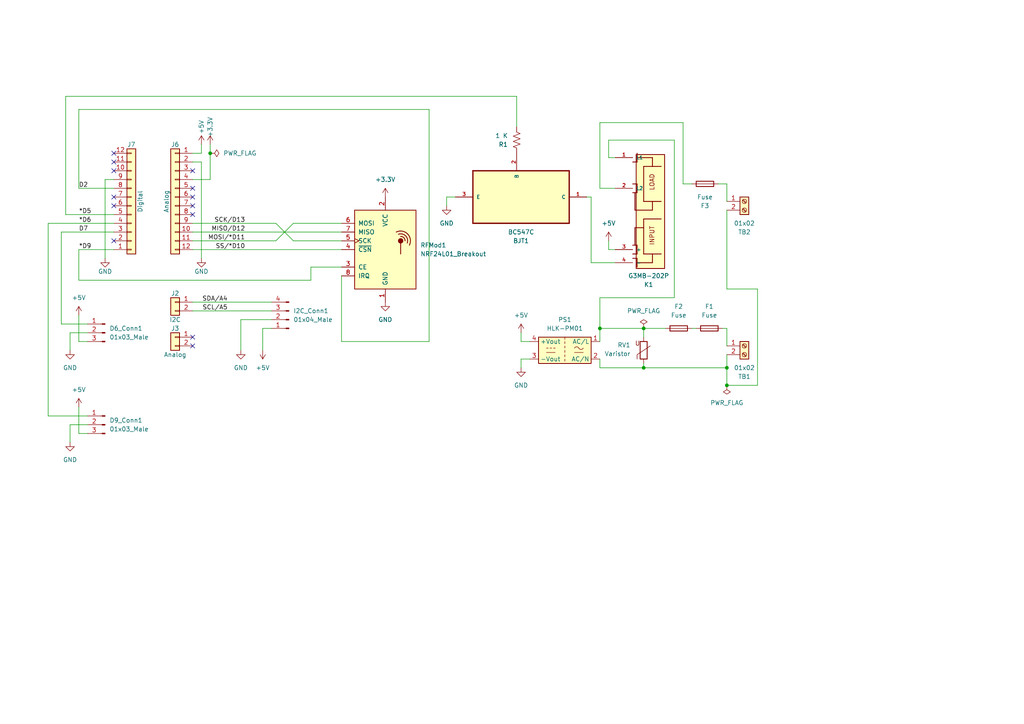
<source format=kicad_sch>
(kicad_sch (version 20211123) (generator eeschema)
  (paper "A4")
  (title_block (date "sam. 04 avril 2015"))
  (lib_symbols
    (symbol "BC547C:BC547C" (pin_names (offset 1.016))
      (property "Reference" "U" (at -3.5072 9.3018 0))
      (property "Value" "BC547C" (at -3.5369 -17.6843 0))
      (symbol "BC547C_0_0"
        (rectangle (start -12.7 -7.62) (end 15.24 7.62) (stroke (width 0.4064)) (fill (type background)))
        (pin passive line (at -17.78 0 0) (length 5.08) (name "C") (number "1"))
        (pin passive line (at 2.54 -12.7 90) (length 5.08) (name "B") (number "2"))
        (pin passive line (at 20.32 0 180) (length 5.08) (name "E") (number "3"))
      )
    )
    (symbol "Connector:Conn_01x03_Male" (pin_names (offset 1.016) hide)
      (property "Reference" "J" (at 0 5.08 0))
      (property "Value" "Conn_01x03_Male" (at 0 -5.08 0))
      (symbol "Conn_01x03_Male_1_1"
        (polyline (pts (xy 1.27 -2.54) (xy 0.8636 -2.54)) (stroke (width 0.1524)))
        (polyline (pts (xy 1.27 0) (xy 0.8636 0)) (stroke (width 0.1524)))
        (polyline (pts (xy 1.27 2.54) (xy 0.8636 2.54)) (stroke (width 0.1524)))
        (rectangle (start 0.8636 -2.413) (end 0 -2.667) (stroke (width 0.1524)) (fill (type outline)))
        (rectangle (start 0.8636 0.127) (end 0 -0.127) (stroke (width 0.1524)) (fill (type outline)))
        (rectangle (start 0.8636 2.667) (end 0 2.413) (stroke (width 0.1524)) (fill (type outline)))
        (pin passive line (at 5.08 2.54 180) (length 3.81) (name "Pin_1") (number "1"))
        (pin passive line (at 5.08 0 180) (length 3.81) (name "Pin_2") (number "2"))
        (pin passive line (at 5.08 -2.54 180) (length 3.81) (name "Pin_3") (number "3"))
      )
    )
    (symbol "Connector:Conn_01x04_Male" (pin_names (offset 1.016) hide)
      (property "Reference" "J" (at 0 5.08 0))
      (property "Value" "Conn_01x04_Male" (at 0 -7.62 0))
      (symbol "Conn_01x04_Male_1_1"
        (polyline (pts (xy 1.27 -5.08) (xy 0.8636 -5.08)) (stroke (width 0.1524)))
        (polyline (pts (xy 1.27 -2.54) (xy 0.8636 -2.54)) (stroke (width 0.1524)))
        (polyline (pts (xy 1.27 0) (xy 0.8636 0)) (stroke (width 0.1524)))
        (polyline (pts (xy 1.27 2.54) (xy 0.8636 2.54)) (stroke (width 0.1524)))
        (rectangle (start 0.8636 -4.953) (end 0 -5.207) (stroke (width 0.1524)) (fill (type outline)))
        (rectangle (start 0.8636 -2.413) (end 0 -2.667) (stroke (width 0.1524)) (fill (type outline)))
        (rectangle (start 0.8636 0.127) (end 0 -0.127) (stroke (width 0.1524)) (fill (type outline)))
        (rectangle (start 0.8636 2.667) (end 0 2.413) (stroke (width 0.1524)) (fill (type outline)))
        (pin passive line (at 5.08 2.54 180) (length 3.81) (name "Pin_1") (number "1"))
        (pin passive line (at 5.08 0 180) (length 3.81) (name "Pin_2") (number "2"))
        (pin passive line (at 5.08 -2.54 180) (length 3.81) (name "Pin_3") (number "3"))
        (pin passive line (at 5.08 -5.08 180) (length 3.81) (name "Pin_4") (number "4"))
      )
    )
    (symbol "Connector:Screw_Terminal_01x02" (pin_names (offset 1.016) hide)
      (property "Reference" "J" (at 0 2.54 0))
      (property "Value" "Screw_Terminal_01x02" (at 0 -5.08 0))
      (symbol "Screw_Terminal_01x02_1_1"
        (rectangle (start -1.27 1.27) (end 1.27 -3.81) (stroke (width 0.254)) (fill (type background)))
        (circle (center 0 -2.54) (radius 0.635) (stroke (width 0.1524)))
        (polyline (pts (xy -0.5334 -2.2098) (xy 0.3302 -3.048)) (stroke (width 0.1524)))
        (polyline (pts (xy -0.5334 0.3302) (xy 0.3302 -0.508)) (stroke (width 0.1524)))
        (polyline (pts (xy -0.3556 -2.032) (xy 0.508 -2.8702)) (stroke (width 0.1524)))
        (polyline (pts (xy -0.3556 0.508) (xy 0.508 -0.3302)) (stroke (width 0.1524)))
        (circle (center 0 0) (radius 0.635) (stroke (width 0.1524)))
        (pin passive line (at -5.08 0 0) (length 3.81) (name "Pin_1") (number "1"))
        (pin passive line (at -5.08 -2.54 0) (length 3.81) (name "Pin_2") (number "2"))
      )
    )
    (symbol "Connector_Generic:Conn_01x02" (pin_names (offset 1.016) hide)
      (property "Reference" "J" (at 0 2.54 0))
      (property "Value" "Conn_01x02" (at 0 -5.08 0))
      (symbol "Conn_01x02_1_1"
        (rectangle (start -1.27 -2.413) (end 0 -2.667) (stroke (width 0.1524)))
        (rectangle (start -1.27 0.127) (end 0 -0.127) (stroke (width 0.1524)))
        (rectangle (start -1.27 1.27) (end 1.27 -3.81) (stroke (width 0.254)) (fill (type background)))
        (pin passive line (at -5.08 0 0) (length 3.81) (name "Pin_1") (number "1"))
        (pin passive line (at -5.08 -2.54 0) (length 3.81) (name "Pin_2") (number "2"))
      )
    )
    (symbol "Connector_Generic:Conn_01x12" (pin_names (offset 1.016) hide)
      (property "Reference" "J" (at 0 15.24 0))
      (property "Value" "Conn_01x12" (at 0 -17.78 0))
      (symbol "Conn_01x12_1_1"
        (rectangle (start -1.27 -15.113) (end 0 -15.367) (stroke (width 0.1524)))
        (rectangle (start -1.27 -12.573) (end 0 -12.827) (stroke (width 0.1524)))
        (rectangle (start -1.27 -10.033) (end 0 -10.287) (stroke (width 0.1524)))
        (rectangle (start -1.27 -7.493) (end 0 -7.747) (stroke (width 0.1524)))
        (rectangle (start -1.27 -4.953) (end 0 -5.207) (stroke (width 0.1524)))
        (rectangle (start -1.27 -2.413) (end 0 -2.667) (stroke (width 0.1524)))
        (rectangle (start -1.27 0.127) (end 0 -0.127) (stroke (width 0.1524)))
        (rectangle (start -1.27 2.667) (end 0 2.413) (stroke (width 0.1524)))
        (rectangle (start -1.27 5.207) (end 0 4.953) (stroke (width 0.1524)))
        (rectangle (start -1.27 7.747) (end 0 7.493) (stroke (width 0.1524)))
        (rectangle (start -1.27 10.287) (end 0 10.033) (stroke (width 0.1524)))
        (rectangle (start -1.27 12.827) (end 0 12.573) (stroke (width 0.1524)))
        (rectangle (start -1.27 13.97) (end 1.27 -16.51) (stroke (width 0.254)) (fill (type background)))
        (pin passive line (at -5.08 12.7 0) (length 3.81) (name "Pin_1") (number "1"))
        (pin passive line (at -5.08 -10.16 0) (length 3.81) (name "Pin_10") (number "10"))
        (pin passive line (at -5.08 -12.7 0) (length 3.81) (name "Pin_11") (number "11"))
        (pin passive line (at -5.08 -15.24 0) (length 3.81) (name "Pin_12") (number "12"))
        (pin passive line (at -5.08 10.16 0) (length 3.81) (name "Pin_2") (number "2"))
        (pin passive line (at -5.08 7.62 0) (length 3.81) (name "Pin_3") (number "3"))
        (pin passive line (at -5.08 5.08 0) (length 3.81) (name "Pin_4") (number "4"))
        (pin passive line (at -5.08 2.54 0) (length 3.81) (name "Pin_5") (number "5"))
        (pin passive line (at -5.08 0 0) (length 3.81) (name "Pin_6") (number "6"))
        (pin passive line (at -5.08 -2.54 0) (length 3.81) (name "Pin_7") (number "7"))
        (pin passive line (at -5.08 -5.08 0) (length 3.81) (name "Pin_8") (number "8"))
        (pin passive line (at -5.08 -7.62 0) (length 3.81) (name "Pin_9") (number "9"))
      )
    )
    (symbol "Converter_ACDC:HLK-PM01"
      (property "Reference" "PS" (at 0 5.08 0))
      (property "Value" "HLK-PM01" (at 0 -5.08 0))
      (symbol "HLK-PM01_0_1"
        (rectangle (start -7.62 3.81) (end 7.62 -3.81) (stroke (width 0.254)) (fill (type background)))
        (arc (start -5.334 0.635) (mid -4.699 0.2495) (end -4.064 0.635))
        (arc (start -2.794 0.635) (mid -3.429 1.0072) (end -4.064 0.635))
        (polyline (pts (xy -5.334 -0.635) (xy -2.794 -0.635)))
        (polyline (pts (xy 0 -2.54) (xy 0 -3.175)))
        (polyline (pts (xy 0 -1.27) (xy 0 -1.905)))
        (polyline (pts (xy 0 0) (xy 0 -0.635)))
        (polyline (pts (xy 0 1.27) (xy 0 0.635)))
        (polyline (pts (xy 0 2.54) (xy 0 1.905)))
        (polyline (pts (xy 0 3.81) (xy 0 3.175)))
        (polyline (pts (xy 2.794 -0.635) (xy 5.334 -0.635)))
        (polyline (pts (xy 2.794 0.635) (xy 3.302 0.635)))
        (polyline (pts (xy 3.81 0.635) (xy 4.318 0.635)))
        (polyline (pts (xy 4.826 0.635) (xy 5.334 0.635)))
      )
      (symbol "HLK-PM01_1_1"
        (pin power_in line (at -10.16 2.54 0) (length 2.54) (name "AC/L") (number "1"))
        (pin power_in line (at -10.16 -2.54 0) (length 2.54) (name "AC/N") (number "2"))
        (pin power_out line (at 10.16 -2.54 180) (length 2.54) (name "-Vout") (number "3"))
        (pin power_out line (at 10.16 2.54 180) (length 2.54) (name "+Vout") (number "4"))
      )
    )
    (symbol "Device:Fuse" (pin_numbers hide) (pin_names (offset 0))
      (property "Reference" "F" (at 2.032 0 90))
      (property "Value" "Fuse" (at -1.905 0 90))
      (symbol "Fuse_0_1"
        (rectangle (start -0.762 -2.54) (end 0.762 2.54) (stroke (width 0.254)))
        (polyline (pts (xy 0 2.54) (xy 0 -2.54)))
      )
      (symbol "Fuse_1_1"
        (pin passive line (at 0 3.81 270) (length 1.27) (name "~") (number "1"))
        (pin passive line (at 0 -3.81 90) (length 1.27) (name "~") (number "2"))
      )
    )
    (symbol "Device:R_US" (pin_numbers hide) (pin_names (offset 0))
      (property "Reference" "R" (at 2.54 0 90))
      (property "Value" "R_US" (at -2.54 0 90))
      (symbol "R_US_0_1"
        (polyline (pts (xy 0 -2.286) (xy 0 -2.54)))
        (polyline (pts (xy 0 2.286) (xy 0 2.54)))
        (polyline (pts (xy 0 -0.762) (xy 1.016 -1.143) (xy 0 -1.524) (xy -1.016 -1.905) (xy 0 -2.286)))
        (polyline (pts (xy 0 0.762) (xy 1.016 0.381) (xy 0 0) (xy -1.016 -0.381) (xy 0 -0.762)))
        (polyline (pts (xy 0 2.286) (xy 1.016 1.905) (xy 0 1.524) (xy -1.016 1.143) (xy 0 0.762)))
      )
      (symbol "R_US_1_1"
        (pin passive line (at 0 3.81 270) (length 1.27) (name "~") (number "1"))
        (pin passive line (at 0 -3.81 90) (length 1.27) (name "~") (number "2"))
      )
    )
    (symbol "Device:Varistor" (pin_numbers hide) (pin_names (offset 0))
      (property "Reference" "RV" (at 3.175 0 90))
      (property "Value" "Varistor" (at -3.175 0 90))
      (symbol "Varistor_0_0"
        (text "U" (at -1.778 -2.032 0) (effects (font (size 1.27 1.27))))
      )
      (symbol "Varistor_0_1"
        (rectangle (start -1.016 -2.54) (end 1.016 2.54) (stroke (width 0.254)))
        (polyline (pts (xy -1.905 2.54) (xy -1.905 1.27) (xy 1.905 -1.27)))
      )
      (symbol "Varistor_1_1"
        (pin passive line (at 0 3.81 270) (length 1.27) (name "~") (number "1"))
        (pin passive line (at 0 -3.81 90) (length 1.27) (name "~") (number "2"))
      )
    )
    (symbol "G3MB-202P:G3MB-202P" (pin_names (offset 1.016))
      (property "Reference" "K" (at -9.5397 5.7239 0))
      (property "Value" "G3MB-202P" (at -9.5311 -4.4478 0))
      (symbol "G3MB-202P_0_0"
        (rectangle (start -16.9008 -3.5413) (end 16.1192 4.7137) (stroke (width 0.254)) (fill (type background)))
        (polyline (pts (xy -15.24 4.445) (xy -16.51 4.445)) (stroke (width 0.254)))
        (polyline (pts (xy -15.24 4.445) (xy -15.24 0)) (stroke (width 0.254)))
        (polyline (pts (xy -13.97 4.445) (xy -15.24 4.445)) (stroke (width 0.254)))
        (polyline (pts (xy -13.97 5.715) (xy -13.97 4.445)) (stroke (width 0.254)))
        (polyline (pts (xy -12.7 -2.54) (xy -12.7 0)) (stroke (width 0.254)))
        (polyline (pts (xy -12.7 0) (xy -15.24 0)) (stroke (width 0.254)))
        (polyline (pts (xy -12.7 0) (xy -12.7 2.54)) (stroke (width 0.254)))
        (polyline (pts (xy -12.7 2.54) (xy -5.08 2.54)) (stroke (width 0.254)))
        (polyline (pts (xy -12.7 4.445) (xy -12.7 5.715)) (stroke (width 0.254)))
        (polyline (pts (xy -10.16 4.445) (xy -12.7 4.445)) (stroke (width 0.254)))
        (polyline (pts (xy -10.16 5.715) (xy -10.16 4.445)) (stroke (width 0.254)))
        (polyline (pts (xy -5.08 2.54) (xy -5.08 5.08)) (stroke (width 0.254)))
        (polyline (pts (xy -5.08 2.54) (xy -2.54 2.54)) (stroke (width 0.254)))
        (polyline (pts (xy -5.08 5.08) (xy -10.16 5.08)) (stroke (width 0.254)))
        (polyline (pts (xy -2.54 2.54) (xy -2.54 -2.54)) (stroke (width 0.254)))
        (polyline (pts (xy 0 0) (xy 0 5.08)) (stroke (width 0.254)))
        (polyline (pts (xy 0 5.08) (xy 5.08 5.08)) (stroke (width 0.254)))
        (polyline (pts (xy 2.54 0) (xy 0 0)) (stroke (width 0.254)))
        (polyline (pts (xy 2.54 0) (xy 2.54 -2.54)) (stroke (width 0.254)))
        (polyline (pts (xy 2.54 2.54) (xy 2.54 0)) (stroke (width 0.254)))
        (polyline (pts (xy 5.08 4.445) (xy 7.62 4.445)) (stroke (width 0.254)))
        (polyline (pts (xy 5.08 5.715) (xy 5.08 4.445)) (stroke (width 0.254)))
        (polyline (pts (xy 7.62 4.445) (xy 7.62 5.715)) (stroke (width 0.254)))
        (polyline (pts (xy 12.7 -2.54) (xy 12.7 0)) (stroke (width 0.254)))
        (polyline (pts (xy 12.7 0) (xy 12.7 2.54)) (stroke (width 0.254)))
        (polyline (pts (xy 12.7 0) (xy 15.24 0)) (stroke (width 0.254)))
        (polyline (pts (xy 12.7 2.54) (xy 2.54 2.54)) (stroke (width 0.254)))
        (polyline (pts (xy 13.97 4.445) (xy 15.24 4.445)) (stroke (width 0.254)))
        (polyline (pts (xy 13.97 5.715) (xy 13.97 4.445)) (stroke (width 0.254)))
        (polyline (pts (xy 15.24 4.445) (xy 15.24 0)) (stroke (width 0.254)))
        (polyline (pts (xy 15.24 4.445) (xy 16.51 4.445)) (stroke (width 0.254)))
        (text "INPUT" (at -10.1712 -0.6357 0) (effects (font (size 1.2714 1.2714)) (justify left bottom)))
        (text "LOAD" (at 5.7234 -0.6359 0) (effects (font (size 1.2719 1.2719)) (justify left bottom)))
        (pin passive line (at 15.24 10.795 270) (length 5.08) (name "L1") (number "1"))
        (pin passive line (at 6.35 10.795 270) (length 5.08) (name "L2") (number "2"))
        (pin input line (at -11.43 10.795 270) (length 5.08) (name "+") (number "3"))
        (pin input line (at -15.24 10.795 270) (length 5.08) (name "-") (number "4"))
      )
    )
    (symbol "RF:NRF24L01_Breakout" (pin_names (offset 1.016))
      (property "Reference" "U" (at -8.89 12.7 0))
      (property "Value" "NRF24L01_Breakout" (at 3.81 12.7 0))
      (symbol "NRF24L01_Breakout_0_1"
        (rectangle (start -8.89 11.43) (end 8.89 -11.43) (stroke (width 0.254)) (fill (type background)))
        (polyline (pts (xy 4.445 1.905) (xy 4.445 -1.27)) (stroke (width 0.254)))
        (circle (center 4.445 2.54) (radius 0.635) (stroke (width 0.254)) (fill (type outline)))
        (arc (start 5.715 2.54) (mid 5.3521 3.4546) (end 4.445 3.81) (stroke (width 0.254)))
        (arc (start 6.35 1.905) (mid 5.8763 3.9854) (end 3.81 4.445) (stroke (width 0.254)))
        (arc (start 6.985 1.27) (mid 6.453 4.548) (end 3.175 5.08) (stroke (width 0.254)))
      )
      (symbol "NRF24L01_Breakout_1_1"
        (pin power_in line (at 0 -15.24 90) (length 3.81) (name "GND") (number "1"))
        (pin power_in line (at 0 15.24 270) (length 3.81) (name "VCC") (number "2"))
        (pin input line (at -12.7 -5.08 0) (length 3.81) (name "CE") (number "3"))
        (pin input line (at -12.7 0 0) (length 3.81) (name "~{CSN}") (number "4"))
        (pin input clock (at -12.7 2.54 0) (length 3.81) (name "SCK") (number "5"))
        (pin input line (at -12.7 7.62 0) (length 3.81) (name "MOSI") (number "6"))
        (pin output line (at -12.7 5.08 0) (length 3.81) (name "MISO") (number "7"))
        (pin output line (at -12.7 -7.62 0) (length 3.81) (name "IRQ") (number "8"))
      )
    )
    (symbol "power:+3.3V" (power) (pin_names (offset 0))
      (property "Value" "+3.3V" (at 0 3.556 0))
      (symbol "+3.3V_0_1"
        (polyline (pts (xy -0.762 1.27) (xy 0 2.54)))
        (polyline (pts (xy 0 0) (xy 0 2.54)))
        (polyline (pts (xy 0 2.54) (xy 0.762 1.27)))
      )
      (symbol "+3.3V_1_1"
        (pin power_in line (at 0 0 90) (length 0) hide (name "+3.3V") (number "1"))
      )
    )
    (symbol "power:+5V" (power) (pin_names (offset 0))
      (property "Value" "+5V" (at 0 3.556 0))
      (symbol "+5V_0_1"
        (polyline (pts (xy -0.762 1.27) (xy 0 2.54)))
        (polyline (pts (xy 0 0) (xy 0 2.54)))
        (polyline (pts (xy 0 2.54) (xy 0.762 1.27)))
      )
      (symbol "+5V_1_1"
        (pin power_in line (at 0 0 90) (length 0) hide (name "+5V") (number "1"))
      )
    )
    (symbol "power:GND" (power) (pin_names (offset 0))
      (property "Value" "GND" (at 0 -3.81 0))
      (symbol "GND_0_1"
        (polyline (pts (xy 0 0) (xy 0 -1.27) (xy 1.27 -1.27) (xy 0 -2.54) (xy -1.27 -1.27) (xy 0 -1.27)))
      )
      (symbol "GND_1_1"
        (pin power_in line (at 0 0 270) (length 0) hide (name "GND") (number "1"))
      )
    )
    (symbol "power:PWR_FLAG" (power) (pin_numbers hide) (pin_names (offset 0) hide)
      (property "Value" "PWR_FLAG" (at 0 3.81 0))
      (symbol "PWR_FLAG_0_0"
        (pin power_out line (at 0 0 90) (length 0) (name "pwr") (number "1"))
      )
      (symbol "PWR_FLAG_0_1"
        (polyline (pts (xy 0 0) (xy 0 1.27) (xy -1.016 1.905) (xy 0 2.54) (xy 1.016 1.905) (xy 0 1.27)))
      )
    )
  )
  (junction (at 210.82 106.68))
  (junction (at 186.69 95.25))
  (junction (at 186.69 106.68))
  (junction (at 210.82 111.76))
  (junction (at 60.96 44.45))
  (junction (at 173.99 95.25))
  (no_connect (at 55.88 100.33))
  (no_connect (at 33.02 46.99))
  (no_connect (at 33.02 59.69))
  (no_connect (at 33.02 69.85))
  (no_connect (at 55.88 54.61))
  (no_connect (at 33.02 57.15))
  (no_connect (at 55.88 62.23))
  (no_connect (at 33.02 49.53))
  (no_connect (at 55.88 59.69))
  (no_connect (at 55.88 57.15))
  (no_connect (at 55.88 49.53))
  (no_connect (at 33.02 44.45))
  (no_connect (at 55.88 97.79))
  (wire (pts (xy 151.13 104.14) (xy 151.13 106.68)))
  (wire (pts (xy 17.78 93.98) (xy 25.4 93.98)))
  (wire (pts (xy 76.2 95.25) (xy 76.2 101.6)))
  (wire (pts (xy 13.97 64.77) (xy 13.97 120.65)))
  (wire (pts (xy 85.09 69.85) (xy 99.06 69.85)))
  (wire (pts (xy 149.86 27.94) (xy 149.86 36.83)))
  (wire (pts (xy 22.86 81.28) (xy 90.17 81.28)))
  (wire (pts (xy 30.48 52.07) (xy 30.48 74.93)))
  (wire (pts (xy 173.99 95.25) (xy 186.69 95.25)))
  (wire (pts (xy 60.96 52.07) (xy 55.88 52.07)))
  (wire (pts (xy 186.69 95.25) (xy 186.69 97.79)))
  (wire (pts (xy 210.82 106.68) (xy 210.82 102.87)))
  (wire (pts (xy 20.32 128.27) (xy 20.32 123.19)))
  (wire (pts (xy 20.32 123.19) (xy 25.4 123.19)))
  (wire (pts (xy 55.88 72.39) (xy 99.06 72.39)))
  (wire (pts (xy 210.82 95.25) (xy 209.55 95.25)))
  (wire (pts (xy 132.08 57.15) (xy 129.54 57.15)))
  (wire (pts (xy 58.42 44.45) (xy 55.88 44.45)))
  (wire (pts (xy 55.88 69.85) (xy 80.01 69.85)))
  (wire (pts (xy 58.42 46.99) (xy 58.42 74.93)))
  (wire (pts (xy 210.82 83.82) (xy 219.71 83.82)))
  (wire (pts (xy 176.53 40.64) (xy 195.58 40.64)))
  (wire (pts (xy 22.86 72.39) (xy 22.86 81.28)))
  (wire (pts (xy 22.86 118.11) (xy 22.86 125.73)))
  (wire (pts (xy 124.46 31.75) (xy 124.46 99.06)))
  (wire (pts (xy 78.74 95.25) (xy 76.2 95.25)))
  (wire (pts (xy 210.82 106.68) (xy 210.82 111.76)))
  (wire (pts (xy 210.82 95.25) (xy 210.82 100.33)))
  (wire (pts (xy 219.71 83.82) (xy 219.71 111.76)))
  (wire (pts (xy 173.99 106.68) (xy 186.69 106.68)))
  (wire (pts (xy 22.86 99.06) (xy 25.4 99.06)))
  (wire (pts (xy 22.86 54.61) (xy 22.86 31.75)))
  (wire (pts (xy 13.97 120.65) (xy 25.4 120.65)))
  (wire (pts (xy 22.86 31.75) (xy 124.46 31.75)))
  (wire (pts (xy 171.45 76.2) (xy 171.45 57.15)))
  (wire (pts (xy 173.99 86.36) (xy 195.58 86.36)))
  (wire (pts (xy 30.48 52.07) (xy 33.02 52.07)))
  (wire (pts (xy 22.86 125.73) (xy 25.4 125.73)))
  (wire (pts (xy 55.88 87.63) (xy 78.74 87.63)))
  (wire (pts (xy 178.435 45.72) (xy 176.53 45.72)))
  (wire (pts (xy 58.42 41.91) (xy 58.42 44.45)))
  (wire (pts (xy 173.99 35.56) (xy 198.12 35.56)))
  (wire (pts (xy 55.88 67.31) (xy 99.06 67.31)))
  (wire (pts (xy 210.82 53.34) (xy 208.28 53.34)))
  (wire (pts (xy 176.53 69.85) (xy 176.53 72.39)))
  (wire (pts (xy 151.13 96.52) (xy 151.13 99.06)))
  (wire (pts (xy 153.67 99.06) (xy 151.13 99.06)))
  (wire (pts (xy 33.02 54.61) (xy 22.86 54.61)))
  (wire (pts (xy 19.05 27.94) (xy 149.86 27.94)))
  (wire (pts (xy 22.86 72.39) (xy 33.02 72.39)))
  (wire (pts (xy 178.435 76.2) (xy 171.45 76.2)))
  (wire (pts (xy 129.54 59.69) (xy 129.54 57.15)))
  (wire (pts (xy 173.99 106.68) (xy 173.99 104.14)))
  (wire (pts (xy 55.88 64.77) (xy 80.01 64.77)))
  (wire (pts (xy 173.99 95.25) (xy 173.99 99.06)))
  (wire (pts (xy 17.78 67.31) (xy 17.78 93.98)))
  (wire (pts (xy 178.435 54.61) (xy 173.99 54.61)))
  (wire (pts (xy 85.09 64.77) (xy 99.06 64.77)))
  (wire (pts (xy 19.05 27.94) (xy 19.05 62.23)))
  (wire (pts (xy 176.53 45.72) (xy 176.53 40.64)))
  (wire (pts (xy 20.32 96.52) (xy 25.4 96.52)))
  (wire (pts (xy 90.17 81.28) (xy 90.17 77.47)))
  (wire (pts (xy 171.45 57.15) (xy 170.18 57.15)))
  (wire (pts (xy 60.96 44.45) (xy 60.96 52.07)))
  (wire (pts (xy 20.32 101.6) (xy 20.32 96.52)))
  (wire (pts (xy 198.12 35.56) (xy 198.12 53.34)))
  (wire (pts (xy 13.97 64.77) (xy 33.02 64.77)))
  (wire (pts (xy 186.69 105.41) (xy 186.69 106.68)))
  (wire (pts (xy 201.93 95.25) (xy 200.66 95.25)))
  (wire (pts (xy 124.46 99.06) (xy 99.06 99.06)))
  (wire (pts (xy 19.05 62.23) (xy 33.02 62.23)))
  (wire (pts (xy 80.01 64.77) (xy 85.09 69.85)))
  (wire (pts (xy 219.71 111.76) (xy 210.82 111.76)))
  (wire (pts (xy 173.99 54.61) (xy 173.99 35.56)))
  (wire (pts (xy 186.69 106.68) (xy 210.82 106.68)))
  (wire (pts (xy 198.12 53.34) (xy 200.66 53.34)))
  (wire (pts (xy 17.78 67.31) (xy 33.02 67.31)))
  (wire (pts (xy 210.82 60.96) (xy 210.82 83.82)))
  (wire (pts (xy 60.96 41.91) (xy 60.96 44.45)))
  (wire (pts (xy 55.88 90.17) (xy 78.74 90.17)))
  (wire (pts (xy 90.17 77.47) (xy 99.06 77.47)))
  (wire (pts (xy 22.86 91.44) (xy 22.86 99.06)))
  (wire (pts (xy 99.06 99.06) (xy 99.06 80.01)))
  (wire (pts (xy 195.58 40.64) (xy 195.58 86.36)))
  (wire (pts (xy 153.67 104.14) (xy 151.13 104.14)))
  (wire (pts (xy 210.82 58.42) (xy 210.82 53.34)))
  (wire (pts (xy 173.99 86.36) (xy 173.99 95.25)))
  (wire (pts (xy 55.88 46.99) (xy 58.42 46.99)))
  (wire (pts (xy 176.53 72.39) (xy 178.435 72.39)))
  (wire (pts (xy 69.85 92.71) (xy 69.85 101.6)))
  (wire (pts (xy 85.09 64.77) (xy 80.01 69.85)))
  (wire (pts (xy 186.69 95.25) (xy 193.04 95.25)))
  (wire (pts (xy 78.74 92.71) (xy 69.85 92.71)))
  (label "MISO{slash}D12" (at 71.12 67.31 180))
  (label "MOSI{slash}*D11" (at 71.12 69.85 180))
  (label "SDA{slash}A4" (at 66.04 87.63 180))
  (label "*D5" (at 22.86 62.23 0))
  (label "*D6" (at 22.86 64.77 0))
  (label "D2" (at 22.86 54.61 0))
  (label "*D9" (at 22.86 72.39 0))
  (label "D7" (at 22.86 67.31 0))
  (label "SCL{slash}A5" (at 66.04 90.17 180))
  (label "SS{slash}*D10" (at 71.12 72.39 180))
  (label "SCK{slash}D13" (at 71.12 64.77 180))
  (symbol (lib_id "Connector_Generic:Conn_01x12") (at 38.1 59.69 0) (mirror x) (unit 1)
    (property "Reference" "J7" (at 38.1 41.91 0))
    (property "Value" "Digital" (at 40.64 58.42 90))
    (property "Footprint" "Connector_PinHeader_2.54mm:PinHeader_1x12_P2.54mm_Vertical" (effects hide))
  )
  (symbol (lib_id "Connector_Generic:Conn_01x12") (at 50.8 57.15 0) (mirror y) (unit 1)
    (property "Reference" "J6" (at 50.8 41.91 0))
    (property "Value" "Analog" (at 48.26 58.42 90))
    (property "Footprint" "Connector_PinHeader_2.54mm:PinHeader_1x12_P2.54mm_Vertical" (effects hide))
  )
  (symbol (lib_id "power:PWR_FLAG") (at 210.82 111.76 180) (unit 1)
    (property "Reference" "#FLG02" (effects hide))
    (property "Value" "PWR_FLAG" (at 210.82 116.84 0))
  )
  (symbol (lib_id "power:+5V") (at 58.42 41.91 0) (unit 1)
    (property "Reference" "#PWR05" (effects hide))
    (property "Value" "+5V" (at 58.42 36.83 90))
  )
  (symbol (lib_id "power:GND") (at 20.32 128.27 0) (unit 1)
    (property "Reference" "#PWR02" (effects hide))
    (property "Value" "GND" (at 20.32 133.35 0))
  )
  (symbol (lib_id "G3MB-202P:G3MB-202P") (at 189.23 60.96 90) (unit 1)
    (property "Reference" "K1" (at 188.1432 82.55 90))
    (property "Value" "G3MB-202P" (at 188.1432 80.01 90))
    (property "Footprint" "G3MB-202P:RELAY_G3MB-202P" (effects hide))
    (property "MANUFACTURER" "Omron" (effects hide))
  )
  (symbol (lib_id "Connector:Conn_01x03_Male") (at 30.48 123.19 0) (mirror y) (unit 1)
    (property "Reference" "D9_Conn1" (at 31.75 121.9199 0) (effects (justify right)))
    (property "Value" "01x03_Male" (at 31.75 124.4599 0) (effects (justify right)))
    (property "Footprint" "Connector_PinHeader_2.54mm:PinHeader_1x03_P2.54mm_Vertical" (effects hide))
  )
  (symbol (lib_id "Connector:Screw_Terminal_01x02") (at 215.9 58.42 0) (unit 1)
    (property "Reference" "TB2" (at 215.9 67.31 0))
    (property "Value" "01x02" (at 215.9 64.77 0))
    (property "Footprint" "TerminalBlock:TerminalBlock_bornier-2_P5.08mm" (effects hide))
  )
  (symbol (lib_id "power:GND") (at 58.42 74.93 0) (unit 1)
    (property "Reference" "#PWR0106" (effects hide))
    (property "Value" "GND" (at 58.42 78.74 0))
  )
  (symbol (lib_id "Connector_Generic:Conn_01x02") (at 50.8 97.79 0) (mirror y) (unit 1)
    (property "Reference" "J3" (at 50.8 95.25 0))
    (property "Value" "Analog" (at 50.8 102.87 0))
    (property "Footprint" "Connector_PinHeader_2.54mm:PinHeader_1x02_P2.54mm_Vertical" (effects hide))
  )
  (symbol (lib_id "power:GND") (at 30.48 74.93 0) (unit 1)
    (property "Reference" "#PWR0105" (effects hide))
    (property "Value" "GND" (at 30.48 78.74 0))
  )
  (symbol (lib_id "power:+5V") (at 22.86 91.44 0) (unit 1)
    (property "Reference" "#PWR03" (effects hide))
    (property "Value" "+5V" (at 22.86 86.36 0))
  )
  (symbol (lib_id "power:GND") (at 20.32 101.6 0) (unit 1)
    (property "Reference" "#PWR01" (effects hide))
    (property "Value" "GND" (at 20.32 106.68 0))
  )
  (symbol (lib_id "power:PWR_FLAG") (at 186.69 95.25 0) (unit 1)
    (property "Reference" "#FLG01" (effects hide))
    (property "Value" "PWR_FLAG" (at 186.69 90.17 0))
  )
  (symbol (lib_id "power:+5V") (at 22.86 118.11 0) (unit 1)
    (property "Reference" "#PWR04" (effects hide))
    (property "Value" "+5V" (at 22.86 113.03 0))
  )
  (symbol (lib_id "RF:NRF24L01_Breakout") (at 111.76 72.39 0) (unit 1)
    (property "Reference" "RFMod1" (at 121.92 71.1199 0) (effects (justify left)))
    (property "Value" "NRF24L01_Breakout" (at 121.92 73.6599 0) (effects (justify left)))
    (property "Footprint" "RF_Module:nRF24L01_Breakout" (effects hide))
    (property "Datasheet" "http://www.nordicsemi.com/eng/content/download/2730/34105/file/nRF24L01_Product_Specification_v2_0.pdf" (effects hide))
  )
  (symbol (lib_id "power:GND") (at 69.85 101.6 0) (unit 1)
    (property "Reference" "#PWR07" (effects hide))
    (property "Value" "GND" (at 69.85 106.68 0))
  )
  (symbol (lib_id "power:+3.3V") (at 60.96 41.91 0) (unit 1)
    (property "Reference" "#PWR06" (effects hide))
    (property "Value" "+3.3V" (at 60.96 36.83 90))
  )
  (symbol (lib_id "power:+3.3V") (at 111.76 57.15 0) (unit 1)
    (property "Reference" "#PWR09" (effects hide))
    (property "Value" "+3.3V" (at 111.76 52.07 0))
  )
  (symbol (lib_id "power:GND") (at 129.54 59.69 0) (unit 1)
    (property "Reference" "#PWR011" (effects hide))
    (property "Value" "GND" (at 129.54 64.77 0))
  )
  (symbol (lib_id "BC547C:BC547C") (at 152.4 57.15 180) (unit 1)
    (property "Reference" "BJT1" (at 151.13 69.85 0))
    (property "Value" "BC547C" (at 151.13 67.31 0))
    (property "Footprint" "BC547C:TO127P254X732-3" (effects hide))
    (property "OC_NEWARK" "-" (effects hide))
    (property "SUPPLIER" "Fairchild" (effects hide))
    (property "OC_FARNELL" "1467871" (effects hide))
    (property "MPN" "BC547C" (effects hide))
    (property "PACKAGE" "TO-92" (effects hide))
  )
  (symbol (lib_id "Device:Fuse") (at 204.47 53.34 270) (unit 1)
    (property "Reference" "F3" (at 204.47 59.69 90))
    (property "Value" "Fuse" (at 204.47 57.15 90))
    (property "Footprint" "Resistor_THT:R_Axial_DIN0414_L11.9mm_D4.5mm_P15.24mm_Horizontal" (effects hide))
  )
  (symbol (lib_id "Device:Varistor") (at 186.69 101.6 0) (mirror x) (unit 1)
    (property "Reference" "RV1" (at 182.88 100.0767 0) (effects (justify right)))
    (property "Value" "Varistor" (at 182.88 102.6167 0) (effects (justify right)))
    (property "Footprint" "Varistor:RV_Disc_D12mm_W6.2mm_P7.5mm" (effects hide))
  )
  (symbol (lib_id "power:PWR_FLAG") (at 60.96 44.45 270) (unit 1)
    (property "Reference" "#FLG03" (effects hide))
    (property "Value" "PWR_FLAG" (at 64.77 44.4499 90) (effects (justify left)))
  )
  (symbol (lib_id "Converter_ACDC:HLK-PM01") (at 163.83 101.6 0) (mirror y) (unit 1)
    (property "Reference" "PS1" (at 163.83 92.71 0))
    (property "Value" "HLK-PM01" (at 163.83 95.25 0))
    (property "Footprint" "Converter_ACDC:Converter_ACDC_HiLink_HLK-PMxx" (effects hide))
    (property "Datasheet" "http://www.hlktech.net/product_detail.php?ProId=54" (effects hide))
  )
  (symbol (lib_id "power:+5V") (at 76.2 101.6 180) (unit 1)
    (property "Reference" "#PWR08" (effects hide))
    (property "Value" "+5V" (at 76.2 106.68 0))
  )
  (symbol (lib_id "Connector:Screw_Terminal_01x02") (at 215.9 100.33 0) (unit 1)
    (property "Reference" "TB1" (at 215.9 109.22 0))
    (property "Value" "01x02" (at 215.9 106.68 0))
    (property "Footprint" "TerminalBlock:TerminalBlock_bornier-2_P5.08mm" (effects hide))
  )
  (symbol (lib_id "power:GND") (at 151.13 106.68 0) (unit 1)
    (property "Reference" "#PWR012" (effects hide))
    (property "Value" "GND" (at 151.13 111.76 0))
  )
  (symbol (lib_id "Device:R_US") (at 149.86 40.64 180) (unit 1)
    (property "Reference" "R1" (at 147.32 41.9101 0) (effects (justify left)))
    (property "Value" "1 K" (at 147.32 39.3701 0) (effects (justify left)))
    (property "Footprint" "Resistor_SMD:R_1206_3216Metric_Pad1.30x1.75mm_HandSolder" (effects hide))
  )
  (symbol (lib_id "Device:Fuse") (at 196.85 95.25 90) (mirror x) (unit 1)
    (property "Reference" "F2" (at 196.85 88.9 90))
    (property "Value" "Fuse" (at 196.85 91.44 90))
    (property "Footprint" "Resistor_THT:R_Axial_DIN0414_L11.9mm_D4.5mm_P15.24mm_Horizontal" (effects hide))
  )
  (symbol (lib_id "Connector:Conn_01x04_Male") (at 83.82 92.71 180) (unit 1)
    (property "Reference" "I2C_Conn1" (at 85.09 90.1699 0) (effects (justify right)))
    (property "Value" "01x04_Male" (at 85.09 92.7099 0) (effects (justify right)))
    (property "Footprint" "Connector_PinHeader_2.54mm:PinHeader_1x04_P2.54mm_Vertical" (effects hide))
  )
  (symbol (lib_id "power:+5V") (at 151.13 96.52 0) (mirror y) (unit 1)
    (property "Reference" "#PWR013" (effects hide))
    (property "Value" "+5V" (at 151.13 91.44 0))
  )
  (symbol (lib_id "power:+5V") (at 176.53 69.85 0) (unit 1)
    (property "Reference" "#PWR014" (effects hide))
    (property "Value" "+5V" (at 176.53 64.77 0))
  )
  (symbol (lib_id "power:GND") (at 111.76 87.63 0) (unit 1)
    (property "Reference" "#PWR010" (effects hide))
    (property "Value" "GND" (at 111.76 92.71 0))
  )
  (symbol (lib_id "Connector:Conn_01x03_Male") (at 30.48 96.52 0) (mirror y) (unit 1)
    (property "Reference" "D6_Conn1" (at 31.75 95.2499 0) (effects (justify right)))
    (property "Value" "01x03_Male" (at 31.75 97.7899 0) (effects (justify right)))
    (property "Footprint" "Connector_PinHeader_2.54mm:PinHeader_1x03_P2.54mm_Vertical" (effects hide))
  )
  (symbol (lib_id "Connector_Generic:Conn_01x02") (at 50.8 87.63 0) (mirror y) (unit 1)
    (property "Reference" "J2" (at 50.8 85.09 0))
    (property "Value" "I2C" (at 50.8 92.71 0))
    (property "Footprint" "Connector_PinHeader_2.54mm:PinHeader_1x02_P2.54mm_Vertical" (effects hide))
  )
  (symbol (lib_id "Device:Fuse") (at 205.74 95.25 90) (mirror x) (unit 1)
    (property "Reference" "F1" (at 205.74 88.9 90))
    (property "Value" "Fuse" (at 205.74 91.44 90))
    (property "Footprint" "Resistor_THT:R_Axial_DIN0414_L11.9mm_D4.5mm_P15.24mm_Horizontal" (effects hide))
  )
)
</source>
